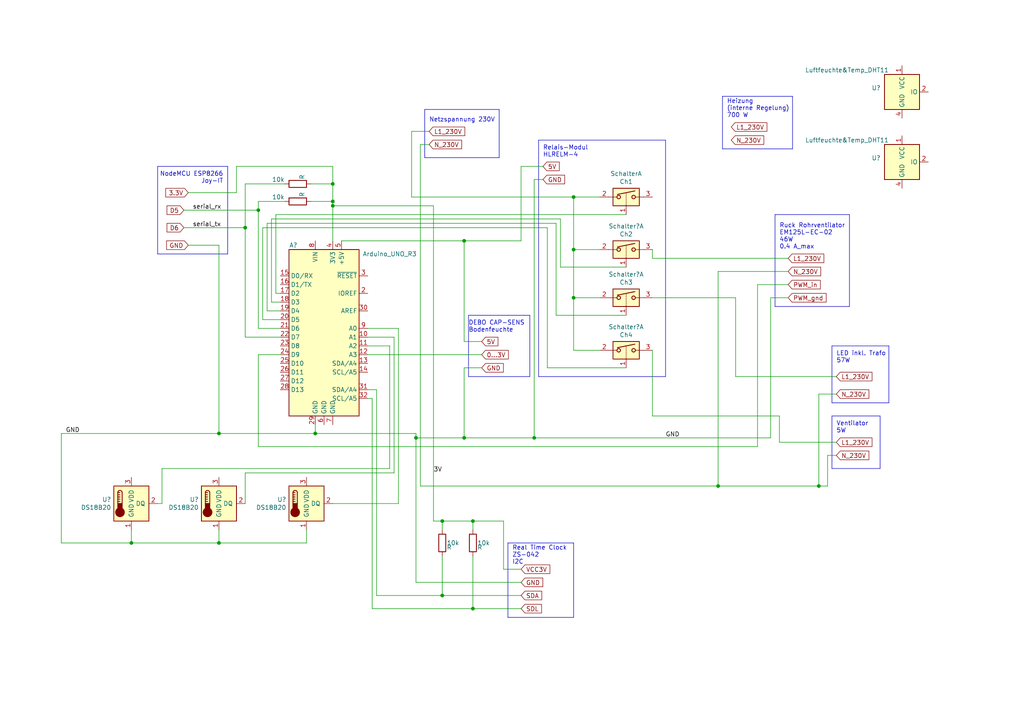
<source format=kicad_sch>
(kicad_sch (version 20230121) (generator eeschema)
  (paper "A4")
  (title_block (title "growbox") (date "28.06.2021"))
  (lib_symbols
    (symbol "Analog_Switch:DG308AxJ"
      (property "Reference" "U" (at -3.175 5.334 0))
      (property "Value" "DG308AxJ" (at -3.175 3.556 0))
      (symbol "DG308AxJ_1_1"
        (rectangle (start -3.81 2.54) (end 3.81 -2.54) (stroke (width 0.254)) (fill (type background)))
        (circle (center -2.159 0) (radius 0.508) (stroke (width 0.254)))
        (polyline (pts (xy -5.08 0) (xy -2.794 0)))
        (polyline (pts (xy -2.54 0.762) (xy 2.54 1.778)) (stroke (width 0.254)))
        (polyline (pts (xy 0 -2.54) (xy 0 -2.032)))
        (polyline (pts (xy 0 -1.778) (xy 0 -1.524)))
        (polyline (pts (xy 0 -1.27) (xy 0 -1.016)))
        (polyline (pts (xy 0 -0.762) (xy 0 -0.508)))
        (polyline (pts (xy 0 -0.254) (xy 0 0)))
        (polyline (pts (xy 0 0.254) (xy 0 0.508)))
        (polyline (pts (xy 0 0.762) (xy 0 1.016)))
        (polyline (pts (xy 5.08 0) (xy 2.794 0)))
        (circle (center 2.159 0) (radius 0.508) (stroke (width 0.254)))
        (pin input line (at 0 -5.08 90) (length 2.54) (name "~") (number "1"))
        (pin passive line (at -7.62 0 0) (length 2.54) (name "~") (number "2"))
        (pin passive line (at 7.62 0 180) (length 2.54) (name "~") (number "3"))
      )
      (symbol "DG308AxJ_2_1"
        (rectangle (start -3.81 2.54) (end 3.81 -2.54) (stroke (width 0.254)) (fill (type background)))
        (circle (center -2.159 0) (radius 0.508) (stroke (width 0.254)))
        (polyline (pts (xy -5.08 0) (xy -2.794 0)))
        (polyline (pts (xy -2.54 0.762) (xy 2.54 1.778)) (stroke (width 0.254)))
        (polyline (pts (xy 0 -2.54) (xy 0 -2.032)))
        (polyline (pts (xy 0 -1.778) (xy 0 -1.524)))
        (polyline (pts (xy 0 -1.27) (xy 0 -1.016)))
        (polyline (pts (xy 0 -0.762) (xy 0 -0.508)))
        (polyline (pts (xy 0 -0.254) (xy 0 0)))
        (polyline (pts (xy 0 0.254) (xy 0 0.508)))
        (polyline (pts (xy 0 0.762) (xy 0 1.016)))
        (polyline (pts (xy 5.08 0) (xy 2.794 0)))
        (circle (center 2.159 0) (radius 0.508) (stroke (width 0.254)))
        (pin passive line (at -7.62 0 0) (length 2.54) (name "~") (number "6"))
        (pin passive line (at 7.62 0 180) (length 2.54) (name "~") (number "7"))
        (pin input line (at 0 -5.08 90) (length 2.54) (name "~") (number "8"))
      )
      (symbol "DG308AxJ_3_1"
        (rectangle (start -3.81 2.54) (end 3.81 -2.54) (stroke (width 0.254)) (fill (type background)))
        (circle (center -2.159 0) (radius 0.508) (stroke (width 0.254)))
        (polyline (pts (xy -5.08 0) (xy -2.794 0)))
        (polyline (pts (xy -2.54 0.762) (xy 2.54 1.778)) (stroke (width 0.254)))
        (polyline (pts (xy 0 -2.54) (xy 0 -2.032)))
        (polyline (pts (xy 0 -1.778) (xy 0 -1.524)))
        (polyline (pts (xy 0 -1.27) (xy 0 -1.016)))
        (polyline (pts (xy 0 -0.762) (xy 0 -0.508)))
        (polyline (pts (xy 0 -0.254) (xy 0 0)))
        (polyline (pts (xy 0 0.254) (xy 0 0.508)))
        (polyline (pts (xy 0 0.762) (xy 0 1.016)))
        (polyline (pts (xy 5.08 0) (xy 2.794 0)))
        (circle (center 2.159 0) (radius 0.508) (stroke (width 0.254)))
        (pin passive line (at -7.62 0 0) (length 2.54) (name "~") (number "10"))
        (pin passive line (at 7.62 0 180) (length 2.54) (name "~") (number "11"))
        (pin input line (at 0 -5.08 90) (length 2.54) (name "~") (number "9"))
      )
      (symbol "DG308AxJ_4_1"
        (rectangle (start -3.81 2.54) (end 3.81 -2.54) (stroke (width 0.254)) (fill (type background)))
        (circle (center -2.159 0) (radius 0.508) (stroke (width 0.254)))
        (polyline (pts (xy -5.08 0) (xy -2.794 0)))
        (polyline (pts (xy -2.54 0.762) (xy 2.54 1.778)) (stroke (width 0.254)))
        (polyline (pts (xy 0 -2.54) (xy 0 -2.032)))
        (polyline (pts (xy 0 -1.778) (xy 0 -1.524)))
        (polyline (pts (xy 0 -1.27) (xy 0 -1.016)))
        (polyline (pts (xy 0 -0.762) (xy 0 -0.508)))
        (polyline (pts (xy 0 -0.254) (xy 0 0)))
        (polyline (pts (xy 0 0.254) (xy 0 0.508)))
        (polyline (pts (xy 0 0.762) (xy 0 1.016)))
        (polyline (pts (xy 5.08 0) (xy 2.794 0)))
        (circle (center 2.159 0) (radius 0.508) (stroke (width 0.254)))
        (pin passive line (at 7.62 0 180) (length 2.54) (name "~") (number "14"))
        (pin passive line (at -7.62 0 0) (length 2.54) (name "~") (number "15"))
        (pin input line (at 0 -5.08 90) (length 2.54) (name "~") (number "16"))
      )
      (symbol "DG308AxJ_5_0"
        (pin no_connect line (at 2.54 10.16 270) (length 2.54) hide (name "NC") (number "12"))
        (pin power_in line (at 0 12.7 270) (length 2.54) (name "V+") (number "13"))
        (pin power_in line (at 2.54 -12.7 90) (length 2.54) (name "V-") (number "4"))
        (pin power_in line (at 0 -12.7 90) (length 2.54) (name "GND") (number "5"))
      )
      (symbol "DG308AxJ_5_1"
        (rectangle (start -3.81 10.16) (end 6.35 -10.16) (stroke (width 0.254)) (fill (type background)))
      )
    )
    (symbol "Device:R" (pin_numbers hide) (pin_names (offset 0))
      (property "Reference" "R" (at 2.032 0 90))
      (property "Value" "R" (at 0 0 90))
      (symbol "R_0_1"
        (rectangle (start -1.016 -2.54) (end 1.016 2.54) (stroke (width 0.254)))
      )
      (symbol "R_1_1"
        (pin passive line (at 0 3.81 270) (length 1.27) (name "~") (number "1"))
        (pin passive line (at 0 -3.81 90) (length 1.27) (name "~") (number "2"))
      )
    )
    (symbol "MCU_Module:Arduino_UNO_R3"
      (property "Reference" "A" (at -10.16 23.495 0))
      (property "Value" "Arduino_UNO_R3" (at 5.08 -26.67 0))
      (symbol "Arduino_UNO_R3_0_1"
        (rectangle (start -10.16 22.86) (end 10.16 -25.4) (stroke (width 0.254)) (fill (type background)))
      )
      (symbol "Arduino_UNO_R3_1_1"
        (pin no_connect line (at -10.16 -20.32 0) (length 2.54) hide (name "NC") (number "1"))
        (pin bidirectional line (at 12.7 -2.54 180) (length 2.54) (name "A1") (number "10"))
        (pin bidirectional line (at 12.7 -5.08 180) (length 2.54) (name "A2") (number "11"))
        (pin bidirectional line (at 12.7 -7.62 180) (length 2.54) (name "A3") (number "12"))
        (pin bidirectional line (at 12.7 -10.16 180) (length 2.54) (name "SDA/A4") (number "13"))
        (pin bidirectional line (at 12.7 -12.7 180) (length 2.54) (name "SCL/A5") (number "14"))
        (pin bidirectional line (at -12.7 15.24 0) (length 2.54) (name "D0/RX") (number "15"))
        (pin bidirectional line (at -12.7 12.7 0) (length 2.54) (name "D1/TX") (number "16"))
        (pin bidirectional line (at -12.7 10.16 0) (length 2.54) (name "D2") (number "17"))
        (pin bidirectional line (at -12.7 7.62 0) (length 2.54) (name "D3") (number "18"))
        (pin bidirectional line (at -12.7 5.08 0) (length 2.54) (name "D4") (number "19"))
        (pin output line (at 12.7 10.16 180) (length 2.54) (name "IOREF") (number "2"))
        (pin bidirectional line (at -12.7 2.54 0) (length 2.54) (name "D5") (number "20"))
        (pin bidirectional line (at -12.7 0 0) (length 2.54) (name "D6") (number "21"))
        (pin bidirectional line (at -12.7 -2.54 0) (length 2.54) (name "D7") (number "22"))
        (pin bidirectional line (at -12.7 -5.08 0) (length 2.54) (name "D8") (number "23"))
        (pin bidirectional line (at -12.7 -7.62 0) (length 2.54) (name "D9") (number "24"))
        (pin bidirectional line (at -12.7 -10.16 0) (length 2.54) (name "D10") (number "25"))
        (pin bidirectional line (at -12.7 -12.7 0) (length 2.54) (name "D11") (number "26"))
        (pin bidirectional line (at -12.7 -15.24 0) (length 2.54) (name "D12") (number "27"))
        (pin bidirectional line (at -12.7 -17.78 0) (length 2.54) (name "D13") (number "28"))
        (pin power_in line (at -2.54 -27.94 90) (length 2.54) (name "GND") (number "29"))
        (pin input line (at 12.7 15.24 180) (length 2.54) (name "~{RESET}") (number "3"))
        (pin input line (at 12.7 5.08 180) (length 2.54) (name "AREF") (number "30"))
        (pin bidirectional line (at 12.7 -17.78 180) (length 2.54) (name "SDA/A4") (number "31"))
        (pin bidirectional line (at 12.7 -20.32 180) (length 2.54) (name "SCL/A5") (number "32"))
        (pin power_out line (at 2.54 25.4 270) (length 2.54) (name "3V3") (number "4"))
        (pin power_out line (at 5.08 25.4 270) (length 2.54) (name "+5V") (number "5"))
        (pin power_in line (at 0 -27.94 90) (length 2.54) (name "GND") (number "6"))
        (pin power_in line (at 2.54 -27.94 90) (length 2.54) (name "GND") (number "7"))
        (pin power_in line (at -2.54 25.4 270) (length 2.54) (name "VIN") (number "8"))
        (pin bidirectional line (at 12.7 0 180) (length 2.54) (name "A0") (number "9"))
      )
    )
    (symbol "Sensor:DHT11"
      (property "Reference" "U" (at -3.81 6.35 0))
      (property "Value" "DHT11" (at 3.81 6.35 0))
      (symbol "DHT11_0_1"
        (rectangle (start -5.08 5.08) (end 5.08 -5.08) (stroke (width 0.254)) (fill (type background)))
      )
      (symbol "DHT11_1_1"
        (pin power_in line (at 0 7.62 270) (length 2.54) (name "VCC") (number "1"))
        (pin bidirectional line (at 7.62 0 180) (length 2.54) (name "IO") (number "2"))
        (pin no_connect line (at -5.08 0 0) (length 2.54) hide (name "NC") (number "3"))
        (pin power_in line (at 0 -7.62 90) (length 2.54) (name "GND") (number "4"))
      )
    )
    (symbol "growbox-rescue:DS18B20-Sensor_Temperature" (pin_names (offset 1.016))
      (property "Reference" "U" (at -3.81 6.35 0))
      (property "Value" "Sensor_Temperature_DS18B20" (at 6.35 6.35 0))
      (symbol "DS18B20-Sensor_Temperature_0_1"
        (rectangle (start -5.08 5.08) (end 5.08 -5.08) (stroke (width 0.254)) (fill (type background)))
        (circle (center -3.302 -2.54) (radius 1.27) (stroke (width 0.254)) (fill (type outline)))
        (rectangle (start -2.667 -1.905) (end -3.937 0) (stroke (width 0.254)) (fill (type outline)))
        (arc (start -2.667 3.175) (mid -3.302 3.8073) (end -3.937 3.175) (stroke (width 0.254)))
        (polyline (pts (xy -3.937 0.635) (xy -3.302 0.635)) (stroke (width 0.254)))
        (polyline (pts (xy -3.937 1.27) (xy -3.302 1.27)) (stroke (width 0.254)))
        (polyline (pts (xy -3.937 1.905) (xy -3.302 1.905)) (stroke (width 0.254)))
        (polyline (pts (xy -3.937 2.54) (xy -3.302 2.54)) (stroke (width 0.254)))
        (polyline (pts (xy -3.937 3.175) (xy -3.937 0)) (stroke (width 0.254)))
        (polyline (pts (xy -3.937 3.175) (xy -3.302 3.175)) (stroke (width 0.254)))
        (polyline (pts (xy -2.667 3.175) (xy -2.667 0)) (stroke (width 0.254)))
      )
      (symbol "DS18B20-Sensor_Temperature_1_1"
        (pin power_in line (at 0 -7.62 90) (length 2.54) (name "GND") (number "1"))
        (pin bidirectional line (at 7.62 0 180) (length 2.54) (name "DQ") (number "2"))
        (pin power_in line (at 0 7.62 270) (length 2.54) (name "VDD") (number "3"))
      )
    )
  )
  (junction (at 137.16 176.53))
  (junction (at 137.16 151.13))
  (junction (at 96.52 58.42))
  (junction (at 237.49 140.97))
  (junction (at 91.44 125.73))
  (junction (at 63.5 125.73))
  (junction (at 166.37 57.15))
  (junction (at 63.5 157.48))
  (junction (at 38.1 157.48))
  (junction (at 166.37 86.36))
  (junction (at 71.12 66.04))
  (junction (at 120.65 127))
  (junction (at 96.52 53.34))
  (junction (at 74.93 60.96))
  (junction (at 134.62 69.85))
  (junction (at 128.27 151.13))
  (junction (at 166.37 72.39))
  (junction (at 154.94 127))
  (junction (at 96.52 59.69))
  (junction (at 208.28 140.97))
  (junction (at 128.27 172.72))
  (junction (at 134.62 127))
  (wire (pts (xy 120.65 127) (xy 120.65 125.73)))
  (wire (pts (xy 106.68 102.87) (xy 139.7 102.87)))
  (wire (pts (xy 88.9 157.48) (xy 63.5 157.48)))
  (polyline (pts (xy 144.78 45.72) (xy 123.19 45.72)))
  (polyline (pts (xy 153.67 91.44) (xy 135.89 91.44)))
  (polyline (pts (xy 257.81 100.33) (xy 241.3 100.33)))
  (wire (pts (xy 137.16 153.67) (xy 137.16 151.13)))
  (wire (pts (xy 134.62 106.68) (xy 134.62 127)))
  (wire (pts (xy 81.28 87.63) (xy 78.74 87.63)))
  (wire (pts (xy 96.52 59.69) (xy 96.52 69.85)))
  (polyline (pts (xy 123.19 45.72) (xy 123.19 31.75)))
  (wire (pts (xy 189.23 74.93) (xy 189.23 72.39)))
  (wire (pts (xy 107.95 176.53) (xy 107.95 115.57)))
  (wire (pts (xy 137.16 176.53) (xy 137.16 161.29)))
  (polyline (pts (xy 241.3 120.65) (xy 255.27 120.65)))
  (polyline (pts (xy 135.89 91.44) (xy 135.89 109.22)))
  (wire (pts (xy 90.17 53.34) (xy 96.52 53.34)))
  (wire (pts (xy 128.27 172.72) (xy 128.27 161.29)))
  (wire (pts (xy 91.44 125.73) (xy 91.44 123.19)))
  (wire (pts (xy 134.62 69.85) (xy 151.13 69.85)))
  (wire (pts (xy 134.62 127) (xy 120.65 127)))
  (wire (pts (xy 74.93 102.87) (xy 81.28 102.87)))
  (wire (pts (xy 109.22 172.72) (xy 128.27 172.72)))
  (polyline (pts (xy 45.72 48.26) (xy 45.72 73.66)))
  (wire (pts (xy 74.93 60.96) (xy 74.93 95.25)))
  (wire (pts (xy 134.62 127) (xy 154.94 127)))
  (polyline (pts (xy 156.21 109.22) (xy 193.04 109.22)))
  (wire (pts (xy 226.06 120.65) (xy 189.23 120.65)))
  (wire (pts (xy 71.12 137.16) (xy 114.3 137.16)))
  (polyline (pts (xy 147.32 157.48) (xy 166.37 157.48)))
  (wire (pts (xy 71.12 53.34) (xy 71.12 66.04)))
  (wire (pts (xy 151.13 176.53) (xy 137.16 176.53)))
  (wire (pts (xy 213.36 86.36) (xy 213.36 109.22)))
  (wire (pts (xy 71.12 66.04) (xy 71.12 97.79)))
  (polyline (pts (xy 224.79 62.23) (xy 246.38 62.23)))
  (wire (pts (xy 166.37 72.39) (xy 166.37 57.15)))
  (wire (pts (xy 125.73 151.13) (xy 128.27 151.13)))
  (wire (pts (xy 124.46 41.91) (xy 121.92 41.91)))
  (wire (pts (xy 173.99 86.36) (xy 166.37 86.36)))
  (wire (pts (xy 113.03 100.33) (xy 113.03 135.89)))
  (polyline (pts (xy 45.72 73.66) (xy 66.04 73.66)))
  (wire (pts (xy 134.62 106.68) (xy 139.7 106.68)))
  (wire (pts (xy 54.61 71.12) (xy 63.5 71.12)))
  (wire (pts (xy 113.03 135.89) (xy 46.99 135.89)))
  (polyline (pts (xy 153.67 109.22) (xy 153.67 91.44)))
  (polyline (pts (xy 229.87 43.18) (xy 229.87 27.94)))
  (polyline (pts (xy 193.04 40.64) (xy 156.21 40.64)))
  (polyline (pts (xy 166.37 179.07) (xy 147.32 179.07)))
  (wire (pts (xy 151.13 48.26) (xy 157.48 48.26)))
  (wire (pts (xy 76.2 66.04) (xy 76.2 92.71)))
  (polyline (pts (xy 255.27 135.89) (xy 241.3 135.89)))
  (wire (pts (xy 38.1 153.67) (xy 38.1 157.48)))
  (wire (pts (xy 77.47 64.77) (xy 77.47 90.17)))
  (wire (pts (xy 208.28 140.97) (xy 237.49 140.97)))
  (wire (pts (xy 74.93 60.96) (xy 74.93 58.42)))
  (wire (pts (xy 106.68 95.25) (xy 115.57 95.25)))
  (wire (pts (xy 151.13 168.91) (xy 120.65 168.91)))
  (wire (pts (xy 121.92 140.97) (xy 208.28 140.97)))
  (wire (pts (xy 162.56 77.47) (xy 181.61 77.47)))
  (wire (pts (xy 96.52 58.42) (xy 96.52 53.34)))
  (wire (pts (xy 228.6 78.74) (xy 208.28 78.74)))
  (wire (pts (xy 17.78 157.48) (xy 17.78 125.73)))
  (wire (pts (xy 151.13 69.85) (xy 151.13 48.26)))
  (wire (pts (xy 223.52 86.36) (xy 228.6 86.36)))
  (wire (pts (xy 78.74 63.5) (xy 162.56 63.5)))
  (wire (pts (xy 228.6 82.55) (xy 219.71 82.55)))
  (wire (pts (xy 78.74 63.5) (xy 78.74 87.63)))
  (wire (pts (xy 96.52 53.34) (xy 96.52 48.26)))
  (wire (pts (xy 228.6 74.93) (xy 189.23 74.93)))
  (polyline (pts (xy 257.81 116.84) (xy 257.81 100.33)))
  (wire (pts (xy 162.56 63.5) (xy 162.56 77.47)))
  (wire (pts (xy 74.93 129.54) (xy 219.71 129.54)))
  (wire (pts (xy 106.68 100.33) (xy 113.03 100.33)))
  (wire (pts (xy 96.52 59.69) (xy 125.73 59.69)))
  (wire (pts (xy 128.27 172.72) (xy 151.13 172.72)))
  (wire (pts (xy 166.37 86.36) (xy 166.37 72.39)))
  (polyline (pts (xy 246.38 62.23) (xy 246.38 88.9)))
  (wire (pts (xy 68.58 48.26) (xy 68.58 55.88)))
  (wire (pts (xy 76.2 66.04) (xy 158.75 66.04)))
  (wire (pts (xy 71.12 146.05) (xy 71.12 137.16)))
  (wire (pts (xy 128.27 151.13) (xy 137.16 151.13)))
  (wire (pts (xy 213.36 109.22) (xy 242.57 109.22)))
  (wire (pts (xy 189.23 120.65) (xy 189.23 101.6)))
  (polyline (pts (xy 66.04 73.66) (xy 66.04 48.26)))
  (wire (pts (xy 96.52 59.69) (xy 96.52 58.42)))
  (polyline (pts (xy 166.37 179.07) (xy 166.37 157.48)))
  (wire (pts (xy 137.16 151.13) (xy 146.05 151.13)))
  (wire (pts (xy 63.5 125.73) (xy 91.44 125.73)))
  (wire (pts (xy 63.5 157.48) (xy 38.1 157.48)))
  (wire (pts (xy 109.22 113.03) (xy 109.22 172.72)))
  (wire (pts (xy 81.28 92.71) (xy 76.2 92.71)))
  (wire (pts (xy 139.7 99.06) (xy 134.62 99.06)))
  (wire (pts (xy 88.9 153.67) (xy 88.9 157.48)))
  (wire (pts (xy 223.52 127) (xy 223.52 86.36)))
  (wire (pts (xy 242.57 128.27) (xy 226.06 128.27)))
  (wire (pts (xy 63.5 153.67) (xy 63.5 157.48)))
  (wire (pts (xy 154.94 52.07) (xy 154.94 127)))
  (wire (pts (xy 154.94 52.07) (xy 157.48 52.07)))
  (wire (pts (xy 63.5 71.12) (xy 63.5 125.73)))
  (wire (pts (xy 189.23 86.36) (xy 213.36 86.36)))
  (wire (pts (xy 96.52 48.26) (xy 68.58 48.26)))
  (polyline (pts (xy 156.21 40.64) (xy 156.21 109.22)))
  (wire (pts (xy 80.01 85.09) (xy 81.28 85.09)))
  (polyline (pts (xy 123.19 31.75) (xy 144.78 31.75)))
  (wire (pts (xy 53.34 60.96) (xy 74.93 60.96)))
  (polyline (pts (xy 224.79 88.9) (xy 224.79 62.23)))
  (polyline (pts (xy 209.55 27.94) (xy 229.87 27.94)))
  (wire (pts (xy 173.99 72.39) (xy 166.37 72.39)))
  (wire (pts (xy 128.27 153.67) (xy 128.27 151.13)))
  (wire (pts (xy 240.03 140.97) (xy 237.49 140.97)))
  (polyline (pts (xy 255.27 120.65) (xy 255.27 135.89)))
  (wire (pts (xy 151.13 165.1) (xy 146.05 165.1)))
  (wire (pts (xy 99.06 69.85) (xy 134.62 69.85)))
  (wire (pts (xy 71.12 97.79) (xy 81.28 97.79)))
  (wire (pts (xy 134.62 99.06) (xy 134.62 69.85)))
  (wire (pts (xy 158.75 66.04) (xy 158.75 106.68)))
  (polyline (pts (xy 147.32 157.48) (xy 147.32 179.07)))
  (wire (pts (xy 242.57 114.3) (xy 237.49 114.3)))
  (wire (pts (xy 208.28 78.74) (xy 208.28 140.97)))
  (wire (pts (xy 80.01 62.23) (xy 80.01 85.09)))
  (wire (pts (xy 115.57 146.05) (xy 96.52 146.05)))
  (polyline (pts (xy 135.89 109.22) (xy 153.67 109.22)))
  (polyline (pts (xy 241.3 120.65) (xy 241.3 135.89)))
  (wire (pts (xy 71.12 53.34) (xy 82.55 53.34)))
  (polyline (pts (xy 246.38 88.9) (xy 224.79 88.9)))
  (wire (pts (xy 119.38 38.1) (xy 124.46 38.1)))
  (polyline (pts (xy 209.55 43.18) (xy 229.87 43.18)))
  (wire (pts (xy 161.29 91.44) (xy 181.61 91.44)))
  (wire (pts (xy 90.17 58.42) (xy 96.52 58.42)))
  (wire (pts (xy 240.03 132.08) (xy 240.03 140.97)))
  (wire (pts (xy 106.68 113.03) (xy 109.22 113.03)))
  (polyline (pts (xy 241.3 116.84) (xy 257.81 116.84)))
  (wire (pts (xy 240.03 132.08) (xy 242.57 132.08)))
  (wire (pts (xy 114.3 97.79) (xy 106.68 97.79)))
  (wire (pts (xy 166.37 57.15) (xy 119.38 57.15)))
  (wire (pts (xy 107.95 115.57) (xy 106.68 115.57)))
  (wire (pts (xy 81.28 95.25) (xy 74.93 95.25)))
  (wire (pts (xy 77.47 64.77) (xy 161.29 64.77)))
  (wire (pts (xy 226.06 128.27) (xy 226.06 120.65)))
  (wire (pts (xy 91.44 125.73) (xy 120.65 125.73)))
  (polyline (pts (xy 241.3 100.33) (xy 241.3 116.84)))
  (wire (pts (xy 121.92 41.91) (xy 121.92 140.97)))
  (wire (pts (xy 237.49 114.3) (xy 237.49 140.97)))
  (wire (pts (xy 161.29 64.77) (xy 161.29 91.44)))
  (wire (pts (xy 68.58 55.88) (xy 54.61 55.88)))
  (wire (pts (xy 125.73 59.69) (xy 125.73 151.13)))
  (wire (pts (xy 137.16 176.53) (xy 107.95 176.53)))
  (wire (pts (xy 53.34 66.04) (xy 71.12 66.04)))
  (wire (pts (xy 17.78 125.73) (xy 63.5 125.73)))
  (wire (pts (xy 81.28 90.17) (xy 77.47 90.17)))
  (wire (pts (xy 114.3 137.16) (xy 114.3 97.79)))
  (polyline (pts (xy 193.04 109.22) (xy 193.04 40.64)))
  (wire (pts (xy 46.99 135.89) (xy 46.99 146.05)))
  (wire (pts (xy 166.37 101.6) (xy 166.37 86.36)))
  (wire (pts (xy 223.52 127) (xy 154.94 127)))
  (polyline (pts (xy 66.04 48.26) (xy 45.72 48.26)))
  (wire (pts (xy 74.93 58.42) (xy 82.55 58.42)))
  (polyline (pts (xy 144.78 31.75) (xy 144.78 45.72)))
  (wire (pts (xy 74.93 129.54) (xy 74.93 102.87)))
  (wire (pts (xy 120.65 168.91) (xy 120.65 127)))
  (wire (pts (xy 119.38 57.15) (xy 119.38 38.1)))
  (wire (pts (xy 173.99 101.6) (xy 166.37 101.6)))
  (polyline (pts (xy 209.55 27.94) (xy 209.55 43.18)))
  (wire (pts (xy 80.01 62.23) (xy 181.61 62.23)))
  (wire (pts (xy 173.99 57.15) (xy 166.37 57.15)))
  (wire (pts (xy 158.75 106.68) (xy 181.61 106.68)))
  (wire (pts (xy 115.57 95.25) (xy 115.57 146.05)))
  (wire (pts (xy 38.1 157.48) (xy 17.78 157.48)))
  (wire (pts (xy 146.05 165.1) (xy 146.05 151.13)))
  (wire (pts (xy 46.99 146.05) (xy 45.72 146.05)))
  (wire (pts (xy 219.71 82.55) (xy 219.71 129.54)))
  (text "Relais-Modul\nHLRELM-4" (at 157.48 45.72 0) (effects (font (size 1.27 1.27)) (justify left bottom)))
  (text "Ruck Rohrventilator\nEM125L-EC-02\n46W\n0.4 A_max" (at 226.06 72.39 0) (effects (font (size 1.27 1.27)) (justify left bottom)))
  (text "LED inkl. Trafo\n57W" (at 242.57 105.41 0) (effects (font (size 1.27 1.27)) (justify left bottom)))
  (text "Ventilator\n5W" (at 242.57 125.73 0) (effects (font (size 1.27 1.27)) (justify left bottom)))
  (text "NodeMCU ESP8266\nJoy-IT\n" (at 64.77 53.34 0) (effects (font (size 1.27 1.27)) (justify right bottom)))
  (text "Netzspannung 230V" (at 124.46 35.56 0) (effects (font (size 1.27 1.27)) (justify left bottom)))
  (text "DEBO CAP-SENS\nBodenfeuchte" (at 135.89 96.52 0) (effects (font (size 1.27 1.27)) (justify left bottom)))
  (text "Heizung\n(interne Regelung)\n700 W" (at 210.82 34.29 0) (effects (font (size 1.27 1.27)) (justify left bottom)))
  (text "Real Time Clock\nZS-042\nI2C" (at 148.59 163.83 0) (effects (font (size 1.27 1.27)) (justify left bottom)))
  (label "serial_tx" (at 55.88 66.04 0))
  (label "GND" (at 19.05 125.73 0))
  (label "GND" (at 193.04 127 0))
  (label "serial_rx" (at 55.88 60.96 0))
  (label "3V" (at 125.73 137.16 0))
  (global_label "GND" (shape input) (at 157.48 52.07 0) (property "Intersheetrefs" "${INTERSHEET_REFS}" (effects hide)))
  (global_label "L1_230V" (shape input) (at 242.57 128.27 0) (property "Intersheetrefs" "${INTERSHEET_REFS}" (effects hide)))
  (global_label "D6" (shape input) (at 53.34 66.04 180) (property "Intersheetrefs" "${INTERSHEET_REFS}" (effects hide)))
  (global_label "0...3V" (shape input) (at 139.7 102.87 0) (property "Intersheetrefs" "${INTERSHEET_REFS}" (effects hide)))
  (global_label "PWM_gnd" (shape input) (at 228.6 86.36 0) (property "Intersheetrefs" "${INTERSHEET_REFS}" (effects hide)))
  (global_label "SDA" (shape input) (at 151.13 172.72 0) (property "Intersheetrefs" "${INTERSHEET_REFS}" (effects hide)))
  (global_label "N_230V" (shape input) (at 124.46 41.91 0) (property "Intersheetrefs" "${INTERSHEET_REFS}" (effects hide)))
  (global_label "D5" (shape input) (at 53.34 60.96 180) (property "Intersheetrefs" "${INTERSHEET_REFS}" (effects hide)))
  (global_label "N_230V" (shape input) (at 212.09 40.64 0) (property "Intersheetrefs" "${INTERSHEET_REFS}" (effects hide)))
  (global_label "GND" (shape input) (at 139.7 106.68 0) (property "Intersheetrefs" "${INTERSHEET_REFS}" (effects hide)))
  (global_label "3.3V" (shape input) (at 54.61 55.88 180) (property "Intersheetrefs" "${INTERSHEET_REFS}" (effects hide)))
  (global_label "GND" (shape input) (at 54.61 71.12 180) (property "Intersheetrefs" "${INTERSHEET_REFS}" (effects hide)))
  (global_label "L1_230V" (shape input) (at 212.09 36.83 0) (property "Intersheetrefs" "${INTERSHEET_REFS}" (effects hide)))
  (global_label "L1_230V" (shape input) (at 228.6 74.93 0) (property "Intersheetrefs" "${INTERSHEET_REFS}" (effects hide)))
  (global_label "L1_230V" (shape input) (at 242.57 109.22 0) (property "Intersheetrefs" "${INTERSHEET_REFS}" (effects hide)))
  (global_label "5V" (shape input) (at 157.48 48.26 0) (property "Intersheetrefs" "${INTERSHEET_REFS}" (effects hide)))
  (global_label "5V" (shape input) (at 139.7 99.06 0) (property "Intersheetrefs" "${INTERSHEET_REFS}" (effects hide)))
  (global_label "PWM_in" (shape input) (at 228.6 82.55 0) (property "Intersheetrefs" "${INTERSHEET_REFS}" (effects hide)))
  (global_label "N_230V" (shape input) (at 242.57 114.3 0) (property "Intersheetrefs" "${INTERSHEET_REFS}" (effects hide)))
  (global_label "GND" (shape input) (at 151.13 168.91 0) (property "Intersheetrefs" "${INTERSHEET_REFS}" (effects hide)))
  (global_label "N_230V" (shape input) (at 228.6 78.74 0) (property "Intersheetrefs" "${INTERSHEET_REFS}" (effects hide)))
  (global_label "VCC3V" (shape input) (at 151.13 165.1 0) (property "Intersheetrefs" "${INTERSHEET_REFS}" (effects hide)))
  (global_label "N_230V" (shape input) (at 242.57 132.08 0) (property "Intersheetrefs" "${INTERSHEET_REFS}" (effects hide)))
  (global_label "SDL" (shape input) (at 151.13 176.53 0) (property "Intersheetrefs" "${INTERSHEET_REFS}" (effects hide)))
  (global_label "L1_230V" (shape input) (at 124.46 38.1 0) (property "Intersheetrefs" "${INTERSHEET_REFS}" (effects hide)))
  (symbol (lib_id "MCU_Module:Arduino_UNO_R3") (at 93.98 95.25 0) (unit 1)
    (property "Reference" "A?" (at 85.09 71.12 0))
    (property "Value" "Arduino_UNO_R3" (at 113.03 73.66 0))
    (property "Footprint" "Module:Arduino_UNO_R3" (effects hide))
    (property "Datasheet" "https://www.arduino.cc/en/Main/arduinoBoardUno" (effects hide))
  )
  (symbol (lib_id "growbox-rescue:DS18B20-Sensor_Temperature") (at 88.9 146.05 0) (unit 1)
    (property "Reference" "U?" (at 83.058 144.8816 0) (effects (justify right)))
    (property "Value" "DS18B20" (at 83.058 147.193 0) (effects (justify right)))
    (property "Footprint" "Package_TO_SOT_THT:TO-92_Inline" (effects hide))
    (property "Datasheet" "http://datasheets.maximintegrated.com/en/ds/DS18B20.pdf" (effects hide))
  )
  (symbol (lib_id "Sensor:DHT11") (at 261.62 26.67 0) (unit 1)
    (property "Reference" "U?" (at 255.4478 25.5016 0) (effects (justify right)))
    (property "Value" "Luftfeuchte&Temp_DHT11" (at 257.81 20.32 0) (effects (justify right)))
    (property "Footprint" "Sensor:Aosong_DHT11_5.5x12.0_P2.54mm" (effects hide))
    (property "Datasheet" "http://akizukidenshi.com/download/ds/aosong/DHT11.pdf" (effects hide))
  )
  (symbol (lib_id "growbox-rescue:DS18B20-Sensor_Temperature") (at 63.5 146.05 0) (unit 1)
    (property "Reference" "U?" (at 57.658 144.8816 0) (effects (justify right)))
    (property "Value" "DS18B20" (at 57.658 147.193 0) (effects (justify right)))
    (property "Footprint" "Package_TO_SOT_THT:TO-92_Inline" (effects hide))
    (property "Datasheet" "http://datasheets.maximintegrated.com/en/ds/DS18B20.pdf" (effects hide))
  )
  (symbol (lib_id "growbox-rescue:DS18B20-Sensor_Temperature") (at 38.1 146.05 0) (unit 1)
    (property "Reference" "U?" (at 32.258 144.8816 0) (effects (justify right)))
    (property "Value" "DS18B20" (at 32.258 147.193 0) (effects (justify right)))
    (property "Footprint" "Package_TO_SOT_THT:TO-92_Inline" (effects hide))
    (property "Datasheet" "http://datasheets.maximintegrated.com/en/ds/DS18B20.pdf" (effects hide))
  )
  (symbol (lib_id "Analog_Switch:DG308AxJ") (at 181.61 57.15 0) (unit 1)
    (property "Reference" "Schalter" (at 181.61 50.3682 0))
    (property "Value" "Ch1" (at 181.61 52.6796 0))
    (property "Footprint" "Package_DIP:DIP-16_W7.62mm" (effects hide))
    (property "Datasheet" "http://pdf.datasheetcatalog.com/datasheets/70/494502_DS.pdf" (effects hide))
  )
  (symbol (lib_id "Analog_Switch:DG308AxJ") (at 181.61 72.39 0) (unit 1)
    (property "Reference" "Schalter?" (at 181.61 65.6082 0))
    (property "Value" "Ch2" (at 181.61 67.9196 0))
    (property "Footprint" "Package_DIP:DIP-16_W7.62mm" (effects hide))
    (property "Datasheet" "http://pdf.datasheetcatalog.com/datasheets/70/494502_DS.pdf" (effects hide))
  )
  (symbol (lib_id "Analog_Switch:DG308AxJ") (at 181.61 86.36 0) (unit 1)
    (property "Reference" "Schalter?" (at 181.61 79.5782 0))
    (property "Value" "Ch3" (at 181.61 81.8896 0))
    (property "Footprint" "Package_DIP:DIP-16_W7.62mm" (effects hide))
    (property "Datasheet" "http://pdf.datasheetcatalog.com/datasheets/70/494502_DS.pdf" (effects hide))
  )
  (symbol (lib_id "Sensor:DHT11") (at 261.62 46.99 0) (unit 1)
    (property "Reference" "U?" (at 255.4478 45.8216 0) (effects (justify right)))
    (property "Value" "Luftfeuchte&Temp_DHT11" (at 257.81 40.64 0) (effects (justify right)))
    (property "Footprint" "Sensor:Aosong_DHT11_5.5x12.0_P2.54mm" (effects hide))
    (property "Datasheet" "http://akizukidenshi.com/download/ds/aosong/DHT11.pdf" (effects hide))
  )
  (symbol (lib_id "Analog_Switch:DG308AxJ") (at 181.61 101.6 0) (unit 1)
    (property "Reference" "Schalter?" (at 181.61 94.8182 0))
    (property "Value" "Ch4" (at 181.61 97.1296 0))
    (property "Footprint" "Package_DIP:DIP-16_W7.62mm" (effects hide))
    (property "Datasheet" "http://pdf.datasheetcatalog.com/datasheets/70/494502_DS.pdf" (effects hide))
  )
  (symbol (lib_id "Device:R") (at 128.27 157.48 0) (unit 1)
    (property "Reference" "10k" (at 129.54 157.48 0) (effects (justify left)))
    (property "Value" "R" (at 129.54 158.75 0) (effects (justify left)))
  )
  (symbol (lib_id "Device:R") (at 137.16 157.48 0) (unit 1)
    (property "Reference" "10k" (at 138.43 157.48 0) (effects (justify left)))
    (property "Value" "R" (at 138.43 158.75 0) (effects (justify left)))
  )
  (symbol (lib_id "Device:R") (at 86.36 58.42 90) (unit 1)
    (property "Reference" "10k" (at 82.55 57.15 90) (effects (justify left)))
    (property "Value" "R" (at 87.63 57.15 0) (effects (justify left)))
  )
  (symbol (lib_id "Device:R") (at 86.36 53.34 90) (unit 1)
    (property "Reference" "10k" (at 82.55 52.07 90) (effects (justify left)))
    (property "Value" "R" (at 87.63 52.07 0) (effects (justify left)))
  )
)
</source>
